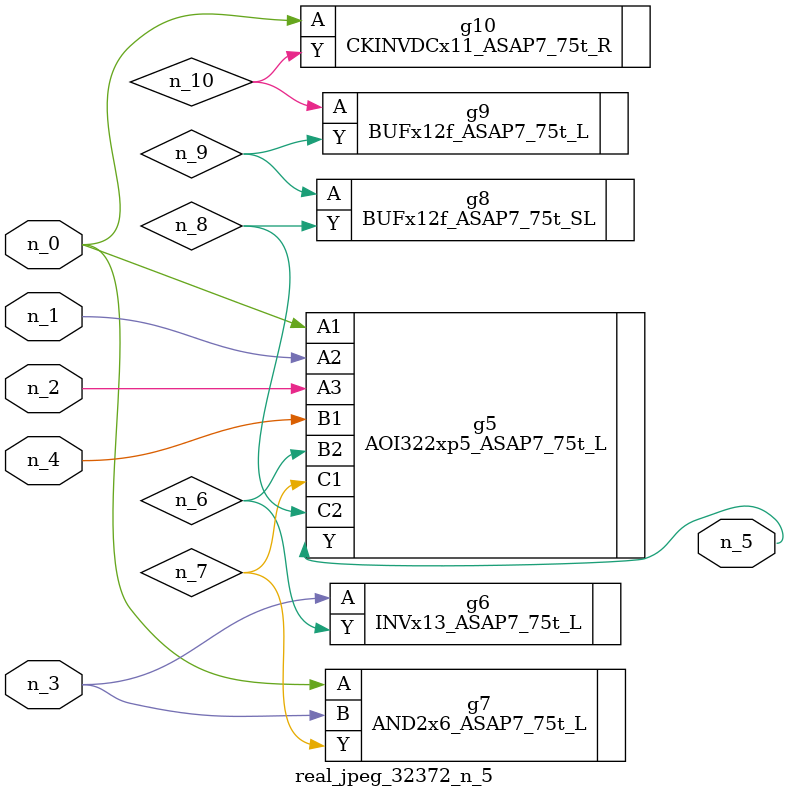
<source format=v>
module real_jpeg_32372_n_5 (n_4, n_0, n_1, n_2, n_3, n_5);

input n_4;
input n_0;
input n_1;
input n_2;
input n_3;

output n_5;

wire n_8;
wire n_6;
wire n_7;
wire n_10;
wire n_9;

AOI322xp5_ASAP7_75t_L g5 ( 
.A1(n_0),
.A2(n_1),
.A3(n_2),
.B1(n_4),
.B2(n_6),
.C1(n_7),
.C2(n_8),
.Y(n_5)
);

AND2x6_ASAP7_75t_L g7 ( 
.A(n_0),
.B(n_3),
.Y(n_7)
);

CKINVDCx11_ASAP7_75t_R g10 ( 
.A(n_0),
.Y(n_10)
);

INVx13_ASAP7_75t_L g6 ( 
.A(n_3),
.Y(n_6)
);

BUFx12f_ASAP7_75t_SL g8 ( 
.A(n_9),
.Y(n_8)
);

BUFx12f_ASAP7_75t_L g9 ( 
.A(n_10),
.Y(n_9)
);


endmodule
</source>
